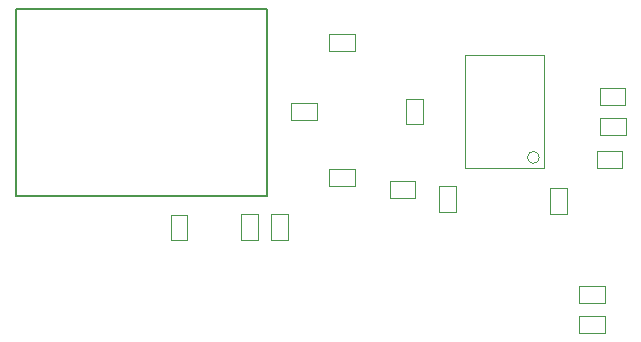
<source format=gbr>
G04 Layer_Color=16711935*
%FSLAX26Y26*%
%MOIN*%
%TF.FileFunction,Other,Mechanical_13*%
%TF.Part,Single*%
G01*
G75*
%TA.AperFunction,NonConductor*%
%ADD40C,0.007874*%
%ADD46C,0.003937*%
D40*
X837323Y-1271811D02*
Y-648189D01*
X2677D01*
Y-1271811D01*
X837323D01*
D46*
X1876693Y-1728543D02*
X1963307D01*
Y-1671457D01*
X1876693D01*
Y-1728543D01*
Y-1628543D02*
X1963307D01*
Y-1571457D01*
X1876693D01*
Y-1628543D01*
X1937677Y-1177559D02*
X2022323D01*
Y-1122441D01*
X1937677D01*
Y-1177559D01*
X1946693Y-1068543D02*
X2033307D01*
Y-1011457D01*
X1946693D01*
Y-1068543D01*
X1947677Y-967559D02*
X2032323D01*
Y-912441D01*
X1947677D01*
Y-967559D01*
X1761299Y-802008D02*
X1498701D01*
Y-1177992D01*
X1761299D01*
Y-802008D01*
X1745551Y-1142559D02*
G03*
X1745551Y-1142559I-19685J0D01*
G01*
X1781457Y-1244094D02*
X1838543D01*
Y-1330709D01*
X1781457D01*
Y-1244094D01*
X1357559Y-1032323D02*
Y-947677D01*
X1302441D01*
Y-1032323D01*
X1357559D01*
X1332323Y-1222441D02*
X1247677D01*
Y-1277559D01*
X1332323D01*
Y-1222441D01*
X1411457Y-1239291D02*
X1468543D01*
Y-1325906D01*
X1411457D01*
Y-1239291D01*
X1003307Y-1018543D02*
Y-961457D01*
X916693D01*
Y-1018543D01*
X1003307D01*
X1045551Y-787559D02*
X1130197D01*
Y-732441D01*
X1045551D01*
Y-787559D01*
Y-1182441D02*
X1130197D01*
Y-1237559D01*
X1045551D01*
Y-1182441D01*
X908543Y-1331693D02*
Y-1418307D01*
X851457D01*
Y-1331693D01*
X908543D01*
X808543D02*
Y-1418307D01*
X751457D01*
Y-1331693D01*
X808543D01*
X572559Y-1333307D02*
Y-1417953D01*
X517441D01*
Y-1333307D01*
X572559D01*
%TF.MD5,5e0525f71c9079184de9a7ad11815694*%
M02*

</source>
